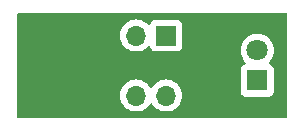
<source format=gbl>
G04 #@! TF.GenerationSoftware,KiCad,Pcbnew,7.0.6*
G04 #@! TF.CreationDate,2023-10-13T18:19:28+03:00*
G04 #@! TF.ProjectId,colorimeter-photodiode,636f6c6f-7269-46d6-9574-65722d70686f,rev?*
G04 #@! TF.SameCoordinates,Original*
G04 #@! TF.FileFunction,Copper,L2,Bot*
G04 #@! TF.FilePolarity,Positive*
%FSLAX46Y46*%
G04 Gerber Fmt 4.6, Leading zero omitted, Abs format (unit mm)*
G04 Created by KiCad (PCBNEW 7.0.6) date 2023-10-13 18:19:28*
%MOMM*%
%LPD*%
G01*
G04 APERTURE LIST*
G04 #@! TA.AperFunction,ComponentPad*
%ADD10R,1.800000X1.800000*%
G04 #@! TD*
G04 #@! TA.AperFunction,ComponentPad*
%ADD11C,1.800000*%
G04 #@! TD*
G04 #@! TA.AperFunction,ComponentPad*
%ADD12O,1.700000X1.700000*%
G04 #@! TD*
G04 #@! TA.AperFunction,ComponentPad*
%ADD13R,1.700000X1.700000*%
G04 #@! TD*
G04 APERTURE END LIST*
D10*
X102870000Y-79380000D03*
D11*
X102870000Y-76840000D03*
D12*
X92620000Y-75580000D03*
D13*
X95160000Y-75580000D03*
D12*
X92620000Y-78120000D03*
X95160000Y-78120000D03*
X92620000Y-80660000D03*
X95160000Y-80660000D03*
G04 #@! TA.AperFunction,Conductor*
G36*
X105352539Y-73680185D02*
G01*
X105398294Y-73732989D01*
X105409500Y-73784500D01*
X105409500Y-82425500D01*
X105389815Y-82492539D01*
X105337011Y-82538294D01*
X105285500Y-82549500D01*
X82674500Y-82549500D01*
X82607461Y-82529815D01*
X82561706Y-82477011D01*
X82550500Y-82425500D01*
X82550500Y-80660000D01*
X91264341Y-80660000D01*
X91284936Y-80895403D01*
X91284938Y-80895413D01*
X91346094Y-81123655D01*
X91346096Y-81123659D01*
X91346097Y-81123663D01*
X91350000Y-81132032D01*
X91445965Y-81337830D01*
X91445967Y-81337834D01*
X91554281Y-81492521D01*
X91581505Y-81531401D01*
X91748599Y-81698495D01*
X91845384Y-81766264D01*
X91942165Y-81834032D01*
X91942167Y-81834033D01*
X91942170Y-81834035D01*
X92156337Y-81933903D01*
X92384592Y-81995063D01*
X92572918Y-82011539D01*
X92619999Y-82015659D01*
X92620000Y-82015659D01*
X92620001Y-82015659D01*
X92659234Y-82012226D01*
X92855408Y-81995063D01*
X93083663Y-81933903D01*
X93297830Y-81834035D01*
X93491401Y-81698495D01*
X93658495Y-81531401D01*
X93788426Y-81345840D01*
X93843001Y-81302217D01*
X93912499Y-81295023D01*
X93974854Y-81326546D01*
X93991574Y-81345841D01*
X94121505Y-81531401D01*
X94288599Y-81698495D01*
X94385384Y-81766264D01*
X94482165Y-81834032D01*
X94482167Y-81834033D01*
X94482170Y-81834035D01*
X94696337Y-81933903D01*
X94924592Y-81995063D01*
X95112918Y-82011539D01*
X95159999Y-82015659D01*
X95160000Y-82015659D01*
X95160001Y-82015659D01*
X95199234Y-82012226D01*
X95395408Y-81995063D01*
X95623663Y-81933903D01*
X95837830Y-81834035D01*
X96031401Y-81698495D01*
X96198495Y-81531401D01*
X96334035Y-81337830D01*
X96433903Y-81123663D01*
X96495063Y-80895408D01*
X96515659Y-80660000D01*
X96513694Y-80637546D01*
X96511539Y-80612918D01*
X96495063Y-80424592D01*
X96433903Y-80196337D01*
X96334035Y-79982171D01*
X96328425Y-79974158D01*
X96198494Y-79788597D01*
X96031402Y-79621506D01*
X96031395Y-79621501D01*
X95837834Y-79485967D01*
X95837830Y-79485965D01*
X95837829Y-79485964D01*
X95623663Y-79386097D01*
X95623659Y-79386096D01*
X95623655Y-79386094D01*
X95395413Y-79324938D01*
X95395403Y-79324936D01*
X95160001Y-79304341D01*
X95159999Y-79304341D01*
X94924596Y-79324936D01*
X94924586Y-79324938D01*
X94696344Y-79386094D01*
X94696335Y-79386098D01*
X94482171Y-79485964D01*
X94482169Y-79485965D01*
X94288597Y-79621505D01*
X94121505Y-79788597D01*
X93991575Y-79974158D01*
X93936998Y-80017783D01*
X93867500Y-80024977D01*
X93805145Y-79993454D01*
X93788425Y-79974158D01*
X93658494Y-79788597D01*
X93491402Y-79621506D01*
X93491395Y-79621501D01*
X93297834Y-79485967D01*
X93297830Y-79485965D01*
X93297830Y-79485964D01*
X93083663Y-79386097D01*
X93083659Y-79386096D01*
X93083655Y-79386094D01*
X92855413Y-79324938D01*
X92855403Y-79324936D01*
X92620001Y-79304341D01*
X92619999Y-79304341D01*
X92384596Y-79324936D01*
X92384586Y-79324938D01*
X92156344Y-79386094D01*
X92156335Y-79386098D01*
X91942171Y-79485964D01*
X91942169Y-79485965D01*
X91748597Y-79621505D01*
X91581505Y-79788597D01*
X91445965Y-79982169D01*
X91445964Y-79982171D01*
X91346098Y-80196335D01*
X91346094Y-80196344D01*
X91284938Y-80424586D01*
X91284936Y-80424596D01*
X91264341Y-80659999D01*
X91264341Y-80660000D01*
X82550500Y-80660000D01*
X82550500Y-75580000D01*
X91264341Y-75580000D01*
X91284936Y-75815403D01*
X91284938Y-75815413D01*
X91346094Y-76043655D01*
X91346096Y-76043659D01*
X91346097Y-76043663D01*
X91405546Y-76171151D01*
X91445965Y-76257830D01*
X91445967Y-76257834D01*
X91534100Y-76383700D01*
X91581505Y-76451401D01*
X91748599Y-76618495D01*
X91845384Y-76686264D01*
X91942165Y-76754032D01*
X91942167Y-76754033D01*
X91942170Y-76754035D01*
X92156337Y-76853903D01*
X92384592Y-76915063D01*
X92561034Y-76930500D01*
X92619999Y-76935659D01*
X92620000Y-76935659D01*
X92620001Y-76935659D01*
X92678966Y-76930500D01*
X92855408Y-76915063D01*
X93083663Y-76853903D01*
X93297830Y-76754035D01*
X93491401Y-76618495D01*
X93613329Y-76496566D01*
X93674648Y-76463084D01*
X93744340Y-76468068D01*
X93800274Y-76509939D01*
X93817189Y-76540917D01*
X93866202Y-76672328D01*
X93866206Y-76672335D01*
X93952452Y-76787544D01*
X93952455Y-76787547D01*
X94067664Y-76873793D01*
X94067671Y-76873797D01*
X94202517Y-76924091D01*
X94202516Y-76924091D01*
X94209444Y-76924835D01*
X94262127Y-76930500D01*
X96057872Y-76930499D01*
X96117483Y-76924091D01*
X96252331Y-76873796D01*
X96297469Y-76840006D01*
X101464700Y-76840006D01*
X101483864Y-77071297D01*
X101483866Y-77071308D01*
X101540842Y-77296300D01*
X101634075Y-77508848D01*
X101761016Y-77703147D01*
X101761019Y-77703151D01*
X101761021Y-77703153D01*
X101855803Y-77806114D01*
X101886724Y-77868767D01*
X101878864Y-77938193D01*
X101834716Y-77992348D01*
X101807906Y-78006277D01*
X101727669Y-78036203D01*
X101727664Y-78036206D01*
X101612455Y-78122452D01*
X101612452Y-78122455D01*
X101526206Y-78237664D01*
X101526202Y-78237671D01*
X101475908Y-78372517D01*
X101469501Y-78432116D01*
X101469501Y-78432123D01*
X101469500Y-78432135D01*
X101469500Y-80327870D01*
X101469501Y-80327876D01*
X101475908Y-80387483D01*
X101526202Y-80522328D01*
X101526206Y-80522335D01*
X101612452Y-80637544D01*
X101612455Y-80637547D01*
X101727664Y-80723793D01*
X101727671Y-80723797D01*
X101862517Y-80774091D01*
X101862516Y-80774091D01*
X101869444Y-80774835D01*
X101922127Y-80780500D01*
X103817872Y-80780499D01*
X103877483Y-80774091D01*
X104012331Y-80723796D01*
X104127546Y-80637546D01*
X104213796Y-80522331D01*
X104264091Y-80387483D01*
X104270500Y-80327873D01*
X104270499Y-78432128D01*
X104264091Y-78372517D01*
X104213796Y-78237669D01*
X104213795Y-78237668D01*
X104213793Y-78237664D01*
X104127547Y-78122455D01*
X104127544Y-78122452D01*
X104012335Y-78036206D01*
X104012328Y-78036202D01*
X103932094Y-78006277D01*
X103876160Y-77964406D01*
X103851743Y-77898941D01*
X103866595Y-77830668D01*
X103884190Y-77806121D01*
X103978979Y-77703153D01*
X104105924Y-77508849D01*
X104199157Y-77296300D01*
X104256134Y-77071305D01*
X104267374Y-76935659D01*
X104275300Y-76840006D01*
X104275300Y-76839993D01*
X104256135Y-76608702D01*
X104256133Y-76608691D01*
X104199157Y-76383699D01*
X104105924Y-76171151D01*
X103978983Y-75976852D01*
X103978980Y-75976849D01*
X103978979Y-75976847D01*
X103821784Y-75806087D01*
X103821779Y-75806083D01*
X103821777Y-75806081D01*
X103638634Y-75663535D01*
X103638628Y-75663531D01*
X103434504Y-75553064D01*
X103434495Y-75553061D01*
X103214984Y-75477702D01*
X103043281Y-75449050D01*
X102986049Y-75439500D01*
X102753951Y-75439500D01*
X102708164Y-75447140D01*
X102525015Y-75477702D01*
X102305504Y-75553061D01*
X102305495Y-75553064D01*
X102101371Y-75663531D01*
X102101365Y-75663535D01*
X101918222Y-75806081D01*
X101918219Y-75806084D01*
X101918216Y-75806086D01*
X101918216Y-75806087D01*
X101909631Y-75815413D01*
X101761016Y-75976852D01*
X101634075Y-76171151D01*
X101540842Y-76383699D01*
X101483866Y-76608691D01*
X101483864Y-76608702D01*
X101464700Y-76839993D01*
X101464700Y-76840006D01*
X96297469Y-76840006D01*
X96367546Y-76787546D01*
X96453796Y-76672331D01*
X96504091Y-76537483D01*
X96510500Y-76477873D01*
X96510499Y-74682128D01*
X96504091Y-74622517D01*
X96502810Y-74619083D01*
X96453797Y-74487671D01*
X96453793Y-74487664D01*
X96367547Y-74372455D01*
X96367544Y-74372452D01*
X96252335Y-74286206D01*
X96252328Y-74286202D01*
X96117482Y-74235908D01*
X96117483Y-74235908D01*
X96057883Y-74229501D01*
X96057881Y-74229500D01*
X96057873Y-74229500D01*
X96057864Y-74229500D01*
X94262129Y-74229500D01*
X94262123Y-74229501D01*
X94202516Y-74235908D01*
X94067671Y-74286202D01*
X94067664Y-74286206D01*
X93952455Y-74372452D01*
X93952452Y-74372455D01*
X93866206Y-74487664D01*
X93866203Y-74487669D01*
X93817189Y-74619083D01*
X93775317Y-74675016D01*
X93709853Y-74699433D01*
X93641580Y-74684581D01*
X93613326Y-74663430D01*
X93491402Y-74541506D01*
X93491395Y-74541501D01*
X93297834Y-74405967D01*
X93297830Y-74405965D01*
X93297828Y-74405964D01*
X93083663Y-74306097D01*
X93083659Y-74306096D01*
X93083655Y-74306094D01*
X92855413Y-74244938D01*
X92855403Y-74244936D01*
X92620001Y-74224341D01*
X92619999Y-74224341D01*
X92384596Y-74244936D01*
X92384586Y-74244938D01*
X92156344Y-74306094D01*
X92156335Y-74306098D01*
X91942171Y-74405964D01*
X91942169Y-74405965D01*
X91748597Y-74541505D01*
X91581505Y-74708597D01*
X91445965Y-74902169D01*
X91445964Y-74902171D01*
X91346098Y-75116335D01*
X91346094Y-75116344D01*
X91284938Y-75344586D01*
X91284936Y-75344596D01*
X91264341Y-75579999D01*
X91264341Y-75580000D01*
X82550500Y-75580000D01*
X82550500Y-73784500D01*
X82570185Y-73717461D01*
X82622989Y-73671706D01*
X82674500Y-73660500D01*
X105285500Y-73660500D01*
X105352539Y-73680185D01*
G37*
G04 #@! TD.AperFunction*
M02*

</source>
